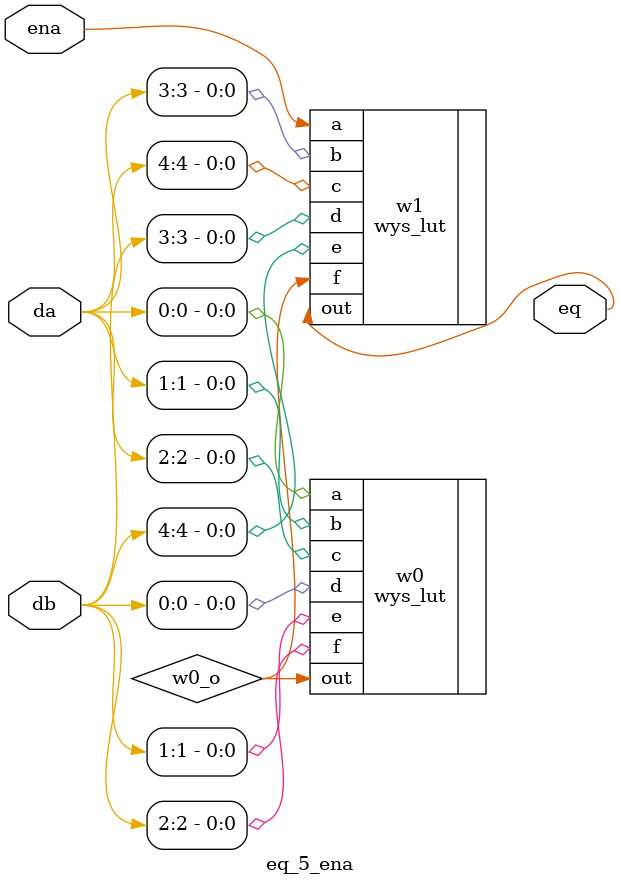
<source format=v>



`timescale 1 ps / 1 ps
// Copyright 2012 Altera Corporation. All rights reserved.  
// Altera products are protected under numerous U.S. and foreign patents, 
// maskwork rights, copyrights and other intellectual property laws.  
//
// This reference design file, and your use thereof, is subject to and governed
// by the terms and conditions of the applicable Altera Reference Design 
// License Agreement (either as signed by you or found at www.altera.com).  By
// using this reference design file, you indicate your acceptance of such terms
// and conditions between you and Altera Corporation.  In the event that you do
// not agree with such terms and conditions, you may not use the reference 
// design file and please promptly destroy any copies you have made.
//
// This reference design file is being provided on an "as-is" basis and as an 
// accommodation and therefore all warranties, representations or guarantees of 
// any kind (whether express, implied or statutory) including, without 
// limitation, warranties of merchantability, non-infringement, or fitness for
// a particular purpose, are specifically disclaimed.  By making this reference
// design file available, Altera expressly does not recommend, suggest or 
// require that this reference design file be used in combination with any 
// other product not provided by Altera.
/////////////////////////////////////////////////////////////////////////////

// baeckler - 01-25-2012
// force the decomposition of 5 bit FIFO pointer compare with enable

module eq_5_ena #(
 	parameter TARGET_CHIP = 1   // 0 generic, 1 S4, 2 S5
)(
	input [4:0] da,
	input [4:0] db,
	input ena,
	output eq
);

wire w0_o;
wys_lut w0 (
	.a(da[0]),
	.b(da[1]),
	.c(da[2]),
	.d(db[0]),
	.e(db[1]),
	.f(db[2]),
	.out (w0_o)
);
defparam w0 .TARGET_CHIP = TARGET_CHIP;
defparam w0 .MASK = 64'h8040201008040201; // {a,b,c} == {d,e,f}
	
wys_lut w1 (
	.a(ena),
	.b(da[3]),
	.c(da[4]),
	.d(db[3]),
	.e(db[4]),
	.f(w0_o),
	.out (eq)
);
defparam w1 .TARGET_CHIP = TARGET_CHIP;
defparam w1 .MASK = 64'h8020080200000000; // ({b,c} == {d,e}) && a && f
	

endmodule
// BENCHMARK INFO :  5SGXEA7N2F45C2
// BENCHMARK INFO :  Max depth :  2.0 LUTs
// BENCHMARK INFO :  Total registers : 0
// BENCHMARK INFO :  Total pins : 12
// BENCHMARK INFO :  Total virtual pins : 0
// BENCHMARK INFO :  Total block memory bits : 0
// BENCHMARK INFO :  Comb ALUTs :                         ; 3               ;       ;
// BENCHMARK INFO :  ALMs : 3 / 234,720 ( < 1 % )

</source>
